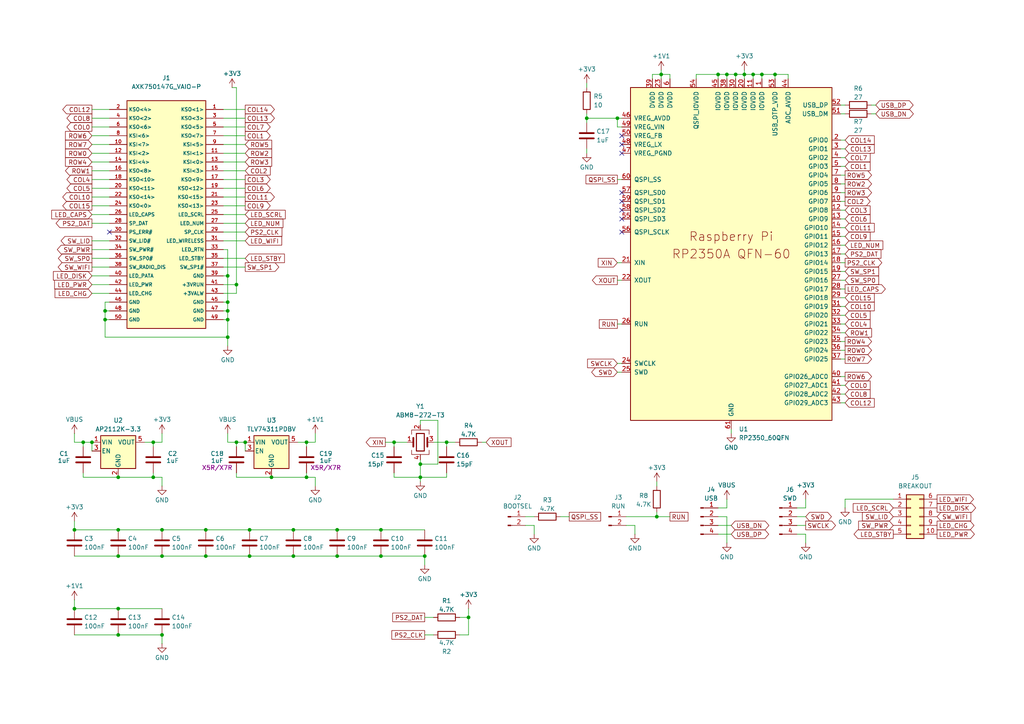
<source format=kicad_sch>
(kicad_sch (version 20231120) (generator "eeschema") (generator_version "8.0")
  (paper "A4")
  (junction (at 210.82 21.59))
  (junction (at 26.67 128.27))
  (junction (at 220.98 21.59))
  (junction (at 179.07 34.29))
  (junction (at 110.49 153.67))
  (junction (at 114.3 128.27))
  (junction (at 88.9 128.27))
  (junction (at 123.19 161.29))
  (junction (at 88.9 138.43))
  (junction (at 66.04 80.01))
  (junction (at 97.79 161.29))
  (junction (at 135.89 179.07))
  (junction (at 215.9 21.59))
  (junction (at 224.79 21.59))
  (junction (at 44.45 128.27))
  (junction (at 78.74 138.43))
  (junction (at 44.45 138.43))
  (junction (at 191.77 21.59))
  (junction (at 34.29 184.15))
  (junction (at 85.09 161.29))
  (junction (at 68.58 82.55))
  (junction (at 72.39 161.29))
  (junction (at 59.69 153.67))
  (junction (at 66.04 90.17))
  (junction (at 46.99 153.67))
  (junction (at 30.48 90.17))
  (junction (at 21.59 153.67))
  (junction (at 97.79 153.67))
  (junction (at 218.44 21.59))
  (junction (at 34.29 161.29))
  (junction (at 68.58 128.27))
  (junction (at 46.99 184.15))
  (junction (at 34.29 138.43))
  (junction (at 72.39 153.67))
  (junction (at 34.29 176.53))
  (junction (at 66.04 97.79))
  (junction (at 190.5 149.86))
  (junction (at 59.69 161.29))
  (junction (at 121.92 138.43))
  (junction (at 110.49 161.29))
  (junction (at 170.18 34.29))
  (junction (at 46.99 161.29))
  (junction (at 66.04 87.63))
  (junction (at 34.29 153.67))
  (junction (at 71.12 128.27))
  (junction (at 21.59 176.53))
  (junction (at 24.13 128.27))
  (junction (at 85.09 153.67))
  (junction (at 208.28 21.59))
  (junction (at 213.36 21.59))
  (junction (at 66.04 92.71))
  (junction (at 121.92 134.62))
  (junction (at 129.54 128.27))
  (junction (at 30.48 92.71))
  (no_connect (at 180.34 41.91))
  (no_connect (at 180.34 39.37))
  (no_connect (at 180.34 58.42))
  (no_connect (at 31.75 67.31))
  (no_connect (at 180.34 60.96))
  (no_connect (at 180.34 67.31))
  (no_connect (at 180.34 55.88))
  (no_connect (at 180.34 44.45))
  (no_connect (at 180.34 63.5))
  (wire (pts (xy 88.9 128.27) (xy 88.9 129.54)))
  (wire (pts (xy 97.79 153.67) (xy 110.49 153.67)))
  (wire (pts (xy 245.11 93.98) (xy 243.84 93.98)))
  (wire (pts (xy 59.69 161.29) (xy 72.39 161.29)))
  (wire (pts (xy 179.07 93.98) (xy 180.34 93.98)))
  (wire (pts (xy 129.54 128.27) (xy 125.73 128.27)))
  (wire (pts (xy 26.67 54.61) (xy 31.75 54.61)))
  (wire (pts (xy 46.99 128.27) (xy 46.99 125.73)))
  (wire (pts (xy 59.69 153.67) (xy 72.39 153.67)))
  (wire (pts (xy 220.98 22.86) (xy 220.98 21.59)))
  (wire (pts (xy 121.92 121.92) (xy 127 121.92)))
  (wire (pts (xy 66.04 90.17) (xy 66.04 92.71)))
  (wire (pts (xy 64.77 72.39) (xy 66.04 72.39)))
  (wire (pts (xy 110.49 153.67) (xy 123.19 153.67)))
  (wire (pts (xy 215.9 21.59) (xy 215.9 22.86)))
  (wire (pts (xy 21.59 173.99) (xy 21.59 176.53)))
  (wire (pts (xy 26.67 82.55) (xy 31.75 82.55)))
  (wire (pts (xy 125.73 179.07) (xy 123.19 179.07)))
  (wire (pts (xy 26.67 69.85) (xy 31.75 69.85)))
  (wire (pts (xy 212.09 152.4) (xy 208.28 152.4)))
  (wire (pts (xy 71.12 52.07) (xy 64.77 52.07)))
  (wire (pts (xy 21.59 153.67) (xy 34.29 153.67)))
  (wire (pts (xy 245.11 33.02) (xy 243.84 33.02)))
  (wire (pts (xy 64.77 46.99) (xy 71.12 46.99)))
  (wire (pts (xy 191.77 20.32) (xy 191.77 21.59)))
  (wire (pts (xy 245.11 83.82) (xy 243.84 83.82)))
  (wire (pts (xy 46.99 184.15) (xy 46.99 186.69)))
  (wire (pts (xy 245.11 60.96) (xy 243.84 60.96)))
  (wire (pts (xy 64.77 31.75) (xy 71.12 31.75)))
  (wire (pts (xy 71.12 36.83) (xy 64.77 36.83)))
  (wire (pts (xy 228.6 22.86) (xy 228.6 21.59)))
  (wire (pts (xy 180.34 36.83) (xy 179.07 36.83)))
  (wire (pts (xy 210.82 147.32) (xy 208.28 147.32)))
  (wire (pts (xy 78.74 138.43) (xy 88.9 138.43)))
  (wire (pts (xy 135.89 176.53) (xy 135.89 179.07)))
  (wire (pts (xy 127 121.92) (xy 127 134.62)))
  (wire (pts (xy 245.11 48.26) (xy 243.84 48.26)))
  (wire (pts (xy 66.04 87.63) (xy 66.04 90.17)))
  (wire (pts (xy 220.98 21.59) (xy 224.79 21.59)))
  (wire (pts (xy 245.11 86.36) (xy 243.84 86.36)))
  (wire (pts (xy 71.12 54.61) (xy 64.77 54.61)))
  (wire (pts (xy 245.11 81.28) (xy 243.84 81.28)))
  (wire (pts (xy 245.11 55.88) (xy 243.84 55.88)))
  (wire (pts (xy 64.77 92.71) (xy 66.04 92.71)))
  (wire (pts (xy 71.12 44.45) (xy 64.77 44.45)))
  (wire (pts (xy 233.68 147.32) (xy 231.14 147.32)))
  (wire (pts (xy 190.5 139.7) (xy 190.5 140.97)))
  (wire (pts (xy 71.12 49.53) (xy 64.77 49.53)))
  (wire (pts (xy 68.58 85.09) (xy 68.58 82.55)))
  (wire (pts (xy 26.67 62.23) (xy 31.75 62.23)))
  (wire (pts (xy 30.48 90.17) (xy 30.48 92.71)))
  (wire (pts (xy 26.67 59.69) (xy 31.75 59.69)))
  (wire (pts (xy 64.77 85.09) (xy 68.58 85.09)))
  (wire (pts (xy 97.79 161.29) (xy 110.49 161.29)))
  (wire (pts (xy 44.45 137.16) (xy 44.45 138.43)))
  (wire (pts (xy 114.3 138.43) (xy 121.92 138.43)))
  (wire (pts (xy 245.11 58.42) (xy 243.84 58.42)))
  (wire (pts (xy 224.79 21.59) (xy 224.79 22.86)))
  (wire (pts (xy 21.59 125.73) (xy 21.59 128.27)))
  (wire (pts (xy 31.75 87.63) (xy 30.48 87.63)))
  (wire (pts (xy 245.11 111.76) (xy 243.84 111.76)))
  (wire (pts (xy 245.11 147.32) (xy 245.11 144.78)))
  (wire (pts (xy 140.97 128.27) (xy 139.7 128.27)))
  (wire (pts (xy 24.13 138.43) (xy 34.29 138.43)))
  (wire (pts (xy 34.29 138.43) (xy 44.45 138.43)))
  (wire (pts (xy 71.12 57.15) (xy 64.77 57.15)))
  (wire (pts (xy 245.11 71.12) (xy 243.84 71.12)))
  (wire (pts (xy 46.99 138.43) (xy 46.99 140.97)))
  (wire (pts (xy 179.07 36.83) (xy 179.07 34.29)))
  (wire (pts (xy 26.67 46.99) (xy 31.75 46.99)))
  (wire (pts (xy 220.98 21.59) (xy 218.44 21.59)))
  (wire (pts (xy 72.39 161.29) (xy 85.09 161.29)))
  (wire (pts (xy 190.5 149.86) (xy 190.5 148.59)))
  (wire (pts (xy 127 134.62) (xy 121.92 134.62)))
  (wire (pts (xy 218.44 21.59) (xy 215.9 21.59)))
  (wire (pts (xy 44.45 128.27) (xy 44.45 129.54)))
  (wire (pts (xy 26.67 57.15) (xy 31.75 57.15)))
  (wire (pts (xy 21.59 128.27) (xy 24.13 128.27)))
  (wire (pts (xy 110.49 161.29) (xy 123.19 161.29)))
  (wire (pts (xy 30.48 90.17) (xy 31.75 90.17)))
  (wire (pts (xy 64.77 82.55) (xy 68.58 82.55)))
  (wire (pts (xy 44.45 138.43) (xy 46.99 138.43)))
  (wire (pts (xy 30.48 92.71) (xy 31.75 92.71)))
  (wire (pts (xy 66.04 92.71) (xy 66.04 97.79)))
  (wire (pts (xy 26.67 52.07) (xy 31.75 52.07)))
  (wire (pts (xy 245.11 96.52) (xy 243.84 96.52)))
  (wire (pts (xy 184.15 152.4) (xy 181.61 152.4)))
  (wire (pts (xy 64.77 34.29) (xy 71.12 34.29)))
  (wire (pts (xy 170.18 24.13) (xy 170.18 25.4)))
  (wire (pts (xy 245.11 101.6) (xy 243.84 101.6)))
  (wire (pts (xy 154.94 154.94) (xy 154.94 152.4)))
  (wire (pts (xy 71.12 64.77) (xy 64.77 64.77)))
  (wire (pts (xy 68.58 82.55) (xy 68.58 25.4)))
  (wire (pts (xy 245.11 68.58) (xy 243.84 68.58)))
  (wire (pts (xy 71.12 39.37) (xy 64.77 39.37)))
  (wire (pts (xy 233.68 152.4) (xy 231.14 152.4)))
  (wire (pts (xy 135.89 179.07) (xy 135.89 184.15)))
  (wire (pts (xy 189.23 21.59) (xy 191.77 21.59)))
  (wire (pts (xy 26.67 31.75) (xy 31.75 31.75)))
  (wire (pts (xy 133.35 179.07) (xy 135.89 179.07)))
  (wire (pts (xy 71.12 130.81) (xy 71.12 128.27)))
  (wire (pts (xy 21.59 176.53) (xy 34.29 176.53)))
  (wire (pts (xy 71.12 74.93) (xy 64.77 74.93)))
  (wire (pts (xy 181.61 149.86) (xy 190.5 149.86)))
  (wire (pts (xy 91.44 128.27) (xy 91.44 125.73)))
  (wire (pts (xy 46.99 184.15) (xy 34.29 184.15)))
  (wire (pts (xy 26.67 80.01) (xy 31.75 80.01)))
  (wire (pts (xy 245.11 53.34) (xy 243.84 53.34)))
  (wire (pts (xy 245.11 43.18) (xy 243.84 43.18)))
  (wire (pts (xy 88.9 137.16) (xy 88.9 138.43)))
  (wire (pts (xy 152.4 149.86) (xy 154.94 149.86)))
  (wire (pts (xy 26.67 49.53) (xy 31.75 49.53)))
  (wire (pts (xy 210.82 149.86) (xy 210.82 157.48)))
  (wire (pts (xy 129.54 138.43) (xy 129.54 137.16)))
  (wire (pts (xy 213.36 21.59) (xy 213.36 22.86)))
  (wire (pts (xy 218.44 21.59) (xy 218.44 22.86)))
  (wire (pts (xy 215.9 20.32) (xy 215.9 21.59)))
  (wire (pts (xy 179.07 81.28) (xy 180.34 81.28)))
  (wire (pts (xy 24.13 128.27) (xy 24.13 129.54)))
  (wire (pts (xy 26.67 77.47) (xy 31.75 77.47)))
  (wire (pts (xy 245.11 116.84) (xy 243.84 116.84)))
  (wire (pts (xy 68.58 25.4) (xy 67.31 25.4)))
  (wire (pts (xy 132.08 128.27) (xy 129.54 128.27)))
  (wire (pts (xy 71.12 62.23) (xy 64.77 62.23)))
  (wire (pts (xy 121.92 134.62) (xy 121.92 133.35)))
  (wire (pts (xy 245.11 30.48) (xy 243.84 30.48)))
  (wire (pts (xy 71.12 67.31) (xy 64.77 67.31)))
  (wire (pts (xy 165.1 149.86) (xy 162.56 149.86)))
  (wire (pts (xy 179.07 105.41) (xy 180.34 105.41)))
  (wire (pts (xy 26.67 72.39) (xy 31.75 72.39)))
  (wire (pts (xy 71.12 59.69) (xy 64.77 59.69)))
  (wire (pts (xy 245.11 76.2) (xy 243.84 76.2)))
  (wire (pts (xy 68.58 128.27) (xy 68.58 129.54)))
  (wire (pts (xy 24.13 128.27) (xy 26.67 128.27)))
  (wire (pts (xy 26.67 64.77) (xy 31.75 64.77)))
  (wire (pts (xy 86.36 128.27) (xy 88.9 128.27)))
  (wire (pts (xy 34.29 153.67) (xy 46.99 153.67)))
  (wire (pts (xy 30.48 87.63) (xy 30.48 90.17)))
  (wire (pts (xy 245.11 40.64) (xy 243.84 40.64)))
  (wire (pts (xy 21.59 184.15) (xy 34.29 184.15)))
  (wire (pts (xy 26.67 130.81) (xy 26.67 128.27)))
  (wire (pts (xy 179.07 52.07) (xy 180.34 52.07)))
  (wire (pts (xy 233.68 154.94) (xy 233.68 157.48)))
  (wire (pts (xy 30.48 97.79) (xy 66.04 97.79)))
  (wire (pts (xy 66.04 125.73) (xy 66.04 128.27)))
  (wire (pts (xy 66.04 100.33) (xy 66.04 97.79)))
  (wire (pts (xy 46.99 128.27) (xy 44.45 128.27)))
  (wire (pts (xy 68.58 138.43) (xy 78.74 138.43)))
  (wire (pts (xy 111.76 128.27) (xy 114.3 128.27)))
  (wire (pts (xy 85.09 161.29) (xy 97.79 161.29)))
  (wire (pts (xy 66.04 128.27) (xy 68.58 128.27)))
  (wire (pts (xy 64.77 87.63) (xy 66.04 87.63)))
  (wire (pts (xy 34.29 161.29) (xy 46.99 161.29)))
  (wire (pts (xy 71.12 69.85) (xy 64.77 69.85)))
  (wire (pts (xy 190.5 149.86) (xy 194.31 149.86)))
  (wire (pts (xy 212.09 154.94) (xy 208.28 154.94)))
  (wire (pts (xy 123.19 161.29) (xy 123.19 163.83)))
  (wire (pts (xy 114.3 138.43) (xy 114.3 137.16)))
  (wire (pts (xy 114.3 128.27) (xy 118.11 128.27)))
  (wire (pts (xy 26.67 85.09) (xy 31.75 85.09)))
  (wire (pts (xy 170.18 34.29) (xy 179.07 34.29)))
  (wire (pts (xy 64.77 80.01) (xy 66.04 80.01)))
  (wire (pts (xy 233.68 154.94) (xy 231.14 154.94)))
  (wire (pts (xy 170.18 33.02) (xy 170.18 34.29)))
  (wire (pts (xy 125.73 184.15) (xy 123.19 184.15)))
  (wire (pts (xy 245.11 78.74) (xy 243.84 78.74)))
  (wire (pts (xy 245.11 73.66) (xy 243.84 73.66)))
  (wire (pts (xy 254 33.02) (xy 252.73 33.02)))
  (wire (pts (xy 66.04 80.01) (xy 66.04 87.63)))
  (wire (pts (xy 26.67 41.91) (xy 31.75 41.91)))
  (wire (pts (xy 71.12 41.91) (xy 64.77 41.91)))
  (wire (pts (xy 64.77 90.17) (xy 66.04 90.17)))
  (wire (pts (xy 68.58 138.43) (xy 68.58 137.16)))
  (wire (pts (xy 210.82 149.86) (xy 208.28 149.86)))
  (wire (pts (xy 121.92 139.7) (xy 121.92 138.43)))
  (wire (pts (xy 179.07 107.95) (xy 180.34 107.95)))
  (wire (pts (xy 30.48 92.71) (xy 30.48 97.79)))
  (wire (pts (xy 210.82 21.59) (xy 208.28 21.59)))
  (wire (pts (xy 24.13 138.43) (xy 24.13 137.16)))
  (wire (pts (xy 245.11 50.8) (xy 243.84 50.8)))
  (wire (pts (xy 170.18 44.45) (xy 170.18 43.18)))
  (wire (pts (xy 245.11 144.78) (xy 259.08 144.78)))
  (wire (pts (xy 189.23 22.86) (xy 189.23 21.59)))
  (wire (pts (xy 154.94 152.4) (xy 152.4 152.4)))
  (wire (pts (xy 71.12 77.47) (xy 64.77 77.47)))
  (wire (pts (xy 26.67 34.29) (xy 31.75 34.29)))
  (wire (pts (xy 133.35 184.15) (xy 135.89 184.15)))
  (wire (pts (xy 245.11 104.14) (xy 243.84 104.14)))
  (wire (pts (xy 184.15 154.94) (xy 184.15 152.4)))
  (wire (pts (xy 245.11 114.3) (xy 243.84 114.3)))
  (wire (pts (xy 26.67 36.83) (xy 31.75 36.83)))
  (wire (pts (xy 129.54 129.54) (xy 129.54 128.27)))
  (wire (pts (xy 66.04 72.39) (xy 66.04 80.01)))
  (wire (pts (xy 41.91 128.27) (xy 44.45 128.27)))
  (wire (pts (xy 85.09 153.67) (xy 97.79 153.67)))
  (wire (pts (xy 68.58 128.27) (xy 71.12 128.27)))
  (wire (pts (xy 26.67 74.93) (xy 31.75 74.93)))
  (wire (pts (xy 34.29 176.53) (xy 46.99 176.53)))
  (wire (pts (xy 213.36 21.59) (xy 210.82 21.59)))
  (wire (pts (xy 46.99 161.29) (xy 59.69 161.29)))
  (wire (pts (xy 245.11 88.9) (xy 243.84 88.9)))
  (wire (pts (xy 208.28 21.59) (xy 208.28 22.86)))
  (wire (pts (xy 91.44 138.43) (xy 91.44 140.97)))
  (wire (pts (xy 21.59 161.29) (xy 34.29 161.29)))
  (wire (pts (xy 91.44 128.27) (xy 88.9 128.27)))
  (wire (pts (xy 224.79 21.59) (xy 228.6 21.59)))
  (wire (pts (xy 215.9 21.59) (xy 213.36 21.59)))
  (wire (pts (xy 191.77 21.59) (xy 194.31 21.59)))
  (wire (pts (xy 245.11 99.06) (xy 243.84 99.06)))
  (wire (pts (xy 179.07 34.29) (xy 180.34 34.29)))
  (wire (pts (xy 26.67 39.37) (xy 31.75 39.37)))
  (wire (pts (xy 179.07 76.2) (xy 180.34 76.2)))
  (wire (pts (xy 245.11 63.5) (xy 243.84 63.5)))
  (wire (pts (xy 210.82 147.32) (xy 210.82 144.78)))
  (wire (pts (xy 245.11 91.44) (xy 243.84 91.44)))
  (wire (pts (xy 46.99 153.67) (xy 59.69 153.67)))
  (wire (pts (xy 121.92 138.43) (xy 129.54 138.43)))
  (wire (pts (xy 72.39 153.67) (xy 85.09 153.67)))
  (wire (pts (xy 21.59 151.13) (xy 21.59 153.67)))
  (wire (pts (xy 191.77 21.59) (xy 191.77 22.86)))
  (wire (pts (xy 114.3 129.54) (xy 114.3 128.27)))
  (wire (pts (xy 88.9 138.43) (xy 91.44 138.43)))
  (wire (pts (xy 245.11 45.72) (xy 243.84 45.72)))
  (wire (pts (xy 233.68 149.86) (xy 231.14 149.86)))
  (wire (pts (xy 201.93 21.59) (xy 201.93 22.86)))
  (wire (pts (xy 170.18 34.29) (xy 170.18 35.56)))
  (wire (pts (xy 210.82 21.59) (xy 210.82 22.86)))
  (wire (pts (xy 212.09 125.73) (xy 212.09 124.46)))
  (wire (pts (xy 245.11 109.22) (xy 243.84 109.22)))
  (wire (pts (xy 121.92 123.19) (xy 121.92 121.92)))
  (wire (pts (xy 208.28 21.59) (xy 201.93 21.59)))
  (wire (pts (xy 245.11 66.04) (xy 243.84 66.04)))
  (wire (pts (xy 254 30.48) (xy 252.73 30.48)))
  (wire (pts (xy 26.67 44.45) (xy 31.75 44.45)))
  (wire (pts (xy 121.92 134.62) (xy 121.92 138.43)))
  (wire (pts (xy 233.68 147.32) (xy 233.68 144.78)))
  (wire (pts (xy 194.31 21.59) (xy 194.31 22.86)))
  (global_label "ROW2" (shape input) (at 71.12 44.45 0) (property "Intersheetrefs" "${INTERSHEET_REFS}" (effects (hide yes))))
  (global_label "COL8" (shape input) (at 245.11 114.3 0) (property "Intersheetrefs" "${INTERSHEET_REFS}" (effects (hide yes))))
  (global_label "LED_WIFI" (shape output) (at 271.78 144.78 0) (property "Intersheetrefs" "${INTERSHEET_REFS}" (effects (hide yes))))
  (global_label "COL3" (shape output) (at 71.12 52.07 0) (property "Intersheetrefs" "${INTERSHEET_REFS}" (effects (hide yes))))
  (global_label "ROW6" (shape output) (at 245.11 109.22 0) (property "Intersheetrefs" "${INTERSHEET_REFS}" (effects (hide yes))))
  (global_label "LED_CHG" (shape input) (at 26.67 85.09 180) (property "Intersheetrefs" "${INTERSHEET_REFS}" (effects (hide yes))))
  (global_label "SW_LID" (shape output) (at 26.67 69.85 180) (property "Intersheetrefs" "${INTERSHEET_REFS}" (effects (hide yes))))
  (global_label "LED_PWR" (shape output) (at 271.78 154.94 0) (property "Intersheetrefs" "${INTERSHEET_REFS}" (effects (hide yes))))
  (global_label "SWD" (shape bidirectional) (at 233.68 149.86 0) (property "Intersheetrefs" "${INTERSHEET_REFS}" (effects (hide yes))))
  (global_label "COL1" (shape input) (at 245.11 48.26 0) (property "Intersheetrefs" "${INTERSHEET_REFS}" (effects (hide yes))))
  (global_label "QSPI_SS" (shape passive) (at 179.07 52.07 180) (property "Intersheetrefs" "${INTERSHEET_REFS}" (effects (hide yes))))
  (global_label "COL2" (shape input) (at 71.12 49.53 0) (property "Intersheetrefs" "${INTERSHEET_REFS}" (effects (hide yes))))
  (global_label "COL13" (shape input) (at 245.11 43.18 0) (property "Intersheetrefs" "${INTERSHEET_REFS}" (effects (hide yes))))
  (global_label "SW_SP1" (shape input) (at 245.11 78.74 0) (property "Intersheetrefs" "${INTERSHEET_REFS}" (effects (hide yes))))
  (global_label "ROW4" (shape output) (at 245.11 99.06 0) (property "Intersheetrefs" "${INTERSHEET_REFS}" (effects (hide yes))))
  (global_label "SW_PWR" (shape input) (at 259.08 152.4 180) (property "Intersheetrefs" "${INTERSHEET_REFS}" (effects (hide yes))))
  (global_label "ROW0" (shape input) (at 26.67 44.45 180) (property "Intersheetrefs" "${INTERSHEET_REFS}" (effects (hide yes))))
  (global_label "COL13" (shape output) (at 71.12 34.29 0) (property "Intersheetrefs" "${INTERSHEET_REFS}" (effects (hide yes))))
  (global_label "XIN" (shape input) (at 179.07 76.2 180) (property "Intersheetrefs" "${INTERSHEET_REFS}" (effects (hide yes))))
  (global_label "COL0" (shape output) (at 26.67 36.83 180) (property "Intersheetrefs" "${INTERSHEET_REFS}" (effects (hide yes))))
  (global_label "COL2" (shape output) (at 245.11 58.42 0) (property "Intersheetrefs" "${INTERSHEET_REFS}" (effects (hide yes))))
  (global_label "COL4" (shape input) (at 245.11 93.98 0) (property "Intersheetrefs" "${INTERSHEET_REFS}" (effects (hide yes))))
  (global_label "PS2_CLK" (shape passive) (at 123.19 184.15 180) (property "Intersheetrefs" "${INTERSHEET_REFS}" (effects (hide yes))))
  (global_label "COL14" (shape input) (at 245.11 40.64 0) (property "Intersheetrefs" "${INTERSHEET_REFS}" (effects (hide yes))))
  (global_label "SW_LID" (shape input) (at 259.08 149.86 180) (property "Intersheetrefs" "${INTERSHEET_REFS}" (effects (hide yes))))
  (global_label "PS2_DAT" (shape output) (at 26.67 64.77 180) (property "Intersheetrefs" "${INTERSHEET_REFS}" (effects (hide yes))))
  (global_label "SW_SP0" (shape output) (at 26.67 74.93 180) (property "Intersheetrefs" "${INTERSHEET_REFS}" (effects (hide yes))))
  (global_label "SW_WIFI" (shape input) (at 271.78 149.86 0) (property "Intersheetrefs" "${INTERSHEET_REFS}" (effects (hide yes))))
  (global_label "PS2_CLK" (shape input) (at 71.12 67.31 0) (property "Intersheetrefs" "${INTERSHEET_REFS}" (effects (hide yes))))
  (global_label "SWCLK" (shape input) (at 179.07 105.41 180) (property "Intersheetrefs" "${INTERSHEET_REFS}" (effects (hide yes))))
  (global_label "COL6" (shape input) (at 245.11 63.5 0) (property "Intersheetrefs" "${INTERSHEET_REFS}" (effects (hide yes))))
  (global_label "COL5" (shape input) (at 245.11 91.44 0) (property "Intersheetrefs" "${INTERSHEET_REFS}" (effects (hide yes))))
  (global_label "LED_CAPS" (shape input) (at 26.67 62.23 180) (property "Intersheetrefs" "${INTERSHEET_REFS}" (effects (hide yes))))
  (global_label "SW_SP1" (shape output) (at 71.12 77.47 0) (property "Intersheetrefs" "${INTERSHEET_REFS}" (effects (hide yes))))
  (global_label "SWCLK" (shape output) (at 233.68 152.4 0) (property "Intersheetrefs" "${INTERSHEET_REFS}" (effects (hide yes))))
  (global_label "QSPI_SS" (shape passive) (at 165.1 149.86 0) (property "Intersheetrefs" "${INTERSHEET_REFS}" (effects (hide yes))))
  (global_label "ROW6" (shape input) (at 26.67 39.37 180) (property "Intersheetrefs" "${INTERSHEET_REFS}" (effects (hide yes))))
  (global_label "ROW5" (shape output) (at 245.11 50.8 0) (property "Intersheetrefs" "${INTERSHEET_REFS}" (effects (hide yes))))
  (global_label "LED_STBY" (shape input) (at 71.12 74.93 0) (property "Intersheetrefs" "${INTERSHEET_REFS}" (effects (hide yes))))
  (global_label "SWD" (shape bidirectional) (at 179.07 107.95 180) (property "Intersheetrefs" "${INTERSHEET_REFS}" (effects (hide yes))))
  (global_label "COL11" (shape input) (at 245.11 66.04 0) (property "Intersheetrefs" "${INTERSHEET_REFS}" (effects (hide yes))))
  (global_label "USB_DN" (shape bidirectional) (at 254 33.02 0) (property "Intersheetrefs" "${INTERSHEET_REFS}" (effects (hide yes))))
  (global_label "COL7" (shape input) (at 245.11 45.72 0) (property "Intersheetrefs" "${INTERSHEET_REFS}" (effects (hide yes))))
  (global_label "XIN" (shape output) (at 111.76 128.27 180) (property "Intersheetrefs" "${INTERSHEET_REFS}" (effects (hide yes))))
  (global_label "ROW3" (shape output) (at 245.11 55.88 0) (property "Intersheetrefs" "${INTERSHEET_REFS}" (effects (hide yes))))
  (global_label "COL7" (shape output) (at 71.12 36.83 0) (property "Intersheetrefs" "${INTERSHEET_REFS}" (effects (hide yes))))
  (global_label "ROW5" (shape input) (at 71.12 41.91 0) (property "Intersheetrefs" "${INTERSHEET_REFS}" (effects (hide yes))))
  (global_label "COL0" (shape input) (at 245.11 111.76 0) (property "Intersheetrefs" "${INTERSHEET_REFS}" (effects (hide yes))))
  (global_label "COL15" (shape input) (at 245.11 86.36 0) (property "Intersheetrefs" "${INTERSHEET_REFS}" (effects (hide yes))))
  (global_label "ROW2" (shape output) (at 245.11 53.34 0) (property "Intersheetrefs" "${INTERSHEET_REFS}" (effects (hide yes))))
  (global_label "COL3" (shape input) (at 245.11 60.96 0) (property "Intersheetrefs" "${INTERSHEET_REFS}" (effects (hide yes))))
  (global_label "COL9" (shape input) (at 245.11 68.58 0) (property "Intersheetrefs" "${INTERSHEET_REFS}" (effects (hide yes))))
  (global_label "PS2_DAT" (shape passive) (at 123.19 179.07 180) (property "Intersheetrefs" "${INTERSHEET_REFS}" (effects (hide yes))))
  (global_label "LED_DISK" (shape input) (at 26.67 80.01 180) (property "Intersheetrefs" "${INTERSHEET_REFS}" (effects (hide yes))))
  (global_label "LED_NUM" (shape input) (at 245.11 71.12 0) (property "Intersheetrefs" "${INTERSHEET_REFS}" (effects (hide yes))))
  (global_label "ROW7" (shape output) (at 245.11 104.14 0) (property "Intersheetrefs" "${INTERSHEET_REFS}" (effects (hide yes))))
  (global_label "LED_CHG" (shape output) (at 271.78 152.4 0) (property "Intersheetrefs" "${INTERSHEET_REFS}" (effects (hide yes))))
  (global_label "SW_WIFI" (shape output) (at 26.67 77.47 180) (property "Intersheetrefs" "${INTERSHEET_REFS}" (effects (hide yes))))
  (global_label "USB_DN" (shape bidirectional) (at 212.09 152.4 0) (property "Intersheetrefs" "${INTERSHEET_REFS}" (effects (hide yes))))
  (global_label "LED_DISK" (shape output) (at 271.78 147.32 0) (property "Intersheetrefs" "${INTERSHEET_REFS}" (effects (hide yes))))
  (global_label "XOUT" (shape input) (at 140.97 128.27 0) (property "Intersheetrefs" "${INTERSHEET_REFS}" (effects (hide yes))))
  (global_label "COL14" (shape output) (at 71.12 31.75 0) (property "Intersheetrefs" "${INTERSHEET_REFS}" (effects (hide yes))))
  (global_label "COL10" (shape input) (at 245.11 88.9 0) (property "Intersheetrefs" "${INTERSHEET_REFS}" (effects (hide yes))))
  (global_label "COL4" (shape output) (at 26.67 52.07 180) (property "Intersheetrefs" "${INTERSHEET_REFS}" (effects (hide yes))))
  (global_label "LED_NUM" (shape input) (at 71.12 64.77 0) (property "Intersheetrefs" "${INTERSHEET_REFS}" (effects (hide yes))))
  (global_label "LED_SCRL" (shape input) (at 259.08 147.32 180) (property "Intersheetrefs" "${INTERSHEET_REFS}" (effects (hide yes))))
  (global_label "COL6" (shape output) (at 71.12 54.61 0) (property "Intersheetrefs" "${INTERSHEET_REFS}" (effects (hide yes))))
  (global_label "LED_CAPS" (shape output) (at 245.11 83.82 0) (property "Intersheetrefs" "${INTERSHEET_REFS}" (effects (hide yes))))
  (global_label "COL9" (shape output) (at 71.12 59.69 0) (property "Intersheetrefs" "${INTERSHEET_REFS}" (effects (hide yes))))
  (global_label "SW_SP0" (shape input) (at 245.11 81.28 0) (property "Intersheetrefs" "${INTERSHEET_REFS}" (effects (hide yes))))
  (global_label "ROW1" (shape output) (at 26.67 49.53 180) (property "Intersheetrefs" "${INTERSHEET_REFS}" (effects (hide yes))))
  (global_label "ROW7" (shape input) (at 26.67 41.91 180) (property "Intersheetrefs" "${INTERSHEET_REFS}" (effects (hide yes))))
  (global_label "ROW0" (shape output) (at 245.11 101.6 0) (property "Intersheetrefs" "${INTERSHEET_REFS}" (effects (hide yes))))
  (global_label "COL8" (shape output) (at 26.67 34.29 180) (property "Intersheetrefs" "${INTERSHEET_REFS}" (effects (hide yes))))
  (global_label "ROW4" (shape input) (at 26.67 46.99 180) (property "Intersheetrefs" "${INTERSHEET_REFS}" (effects (hide yes))))
  (global_label "COL10" (shape output) (at 26.67 57.15 180) (property "Intersheetrefs" "${INTERSHEET_REFS}" (effects (hide yes))))
  (global_label "COL15" (shape output) (at 26.67 59.69 180) (property "Intersheetrefs" "${INTERSHEET_REFS}" (effects (hide yes))))
  (global_label "XOUT" (shape output) (at 179.07 81.28 180) (property "Intersheetrefs" "${INTERSHEET_REFS}" (effects (hide yes))))
  (global_label "RUN" (shape passive) (at 194.31 149.86 0) (property "Intersheetrefs" "${INTERSHEET_REFS}" (effects (hide yes))))
  (global_label "LED_WIFI" (shape input) (at 71.12 69.85 0) (property "Intersheetrefs" "${INTERSHEET_REFS}" (effects (hide yes))))
  (global_label "ROW1" (shape input) (at 245.11 96.52 0) (property "Intersheetrefs" "${INTERSHEET_REFS}" (effects (hide yes))))
  (global_label "SW_PWR" (shape output) (at 26.67 72.39 180) (property "Intersheetrefs" "${INTERSHEET_REFS}" (effects (hide yes))))
  (global_label "USB_DP" (shape bidirectional) (at 212.09 154.94 0) (property "Intersheetrefs" "${INTERSHEET_REFS}" (effects (hide yes))))
  (global_label "PS2_CLK" (shape output) (at 245.11 76.2 0) (property "Intersheetrefs" "${INTERSHEET_REFS}" (effects (hide yes))))
  (global_label "COL5" (shape output) (at 26.67 54.61 180) (property "Intersheetrefs" "${INTERSHEET_REFS}" (effects (hide yes))))
  (global_label "RUN" (shape passive) (at 179.07 93.98 180) (property "Intersheetrefs" "${INTERSHEET_REFS}" (effects (hide yes))))
  (global_label "PS2_DAT" (shape input) (at 245.11 73.66 0) (property "Intersheetrefs" "${INTERSHEET_REFS}" (effects (hide yes))))
  (global_label "LED_PWR" (shape input) (at 26.67 82.55 180) (property "Intersheetrefs" "${INTERSHEET_REFS}" (effects (hide yes))))
  (global_label "USB_DP" (shape bidirectional) (at 254 30.48 0) (property "Intersheetrefs" "${INTERSHEET_REFS}" (effects (hide yes))))
  (global_label "COL12" (shape input) (at 245.11 116.84 0) (property "Intersheetrefs" "${INTERSHEET_REFS}" (effects (hide yes))))
  (global_label "LED_STBY" (shape output) (at 259.08 154.94 180) (property "Intersheetrefs" "${INTERSHEET_REFS}" (effects (hide yes))))
  (global_label "LED_SCRL" (shape input) (at 71.12 62.23 0) (property "Intersheetrefs" "${INTERSHEET_REFS}" (effects (hide yes))))
  (global_label "COL1" (shape output) (at 71.12 39.37 0) (property "Intersheetrefs" "${INTERSHEET_REFS}" (effects (hide yes))))
  (global_label "ROW3" (shape input) (at 71.12 46.99 0) (property "Intersheetrefs" "${INTERSHEET_REFS}" (effects (hide yes))))
  (global_label "COL12" (shape output) (at 26.67 31.75 180) (property "Intersheetrefs" "${INTERSHEET_REFS}" (effects (hide yes))))
  (global_label "COL11" (shape output) (at 71.12 57.15 0) (property "Intersheetrefs" "${INTERSHEET_REFS}" (effects (hide yes))))
  (symbol (lib_id "Device:C") (at 88.9 133.35 0) (mirror y) (unit 1)
    (property "Reference" "C19" (at 94.488 131.572 0))
    (property "Value" "1uF" (at 94.488 133.604 0))
    (property "Footprint" "Capacitor_SMD:C_0402_1005Metric" (effects (hide yes)))
    (property "Description" "X5R/X7R" (at 94.488 135.636 0))
  )
  (symbol (lib_id "power:VBUS") (at 21.59 125.73 0) (unit 1)
    (property "Reference" "#PWR02" (effects (hide yes)))
    (property "Value" "VBUS" (at 21.59 121.666 0))
    (property "Description" "Power symbol creates a global label with name \"VBUS\"" (effects (hide yes)))
  )
  (symbol (lib_id "Device:C") (at 170.18 39.37 0) (unit 1)
    (property "Reference" "C17" (at 172.974 38.1 0) (effects (justify left)))
    (property "Value" "1uF" (at 172.974 40.64 0) (effects (justify left)))
    (property "Footprint" "Capacitor_SMD:C_0402_1005Metric" (effects (hide yes)))
    (property "Description" "Unpolarized capacitor" (effects (hide yes)))
  )
  (symbol (lib_id "Device:C") (at 110.49 157.48 0) (unit 1)
    (property "Reference" "C10" (at 113.284 156.21 0) (effects (justify left)))
    (property "Value" "100nF" (at 113.284 158.75 0) (effects (justify left)))
    (property "Footprint" "Capacitor_SMD:C_0402_1005Metric" (effects (hide yes)))
    (property "Description" "Unpolarized capacitor" (effects (hide yes)))
  )
  (symbol (lib_id "Device:C") (at 123.19 157.48 0) (unit 1)
    (property "Reference" "C11" (at 125.984 156.21 0) (effects (justify left)))
    (property "Value" "100nF" (at 125.984 158.75 0) (effects (justify left)))
    (property "Footprint" "Capacitor_SMD:C_0402_1005Metric" (effects (hide yes)))
    (property "Description" "Unpolarized capacitor" (effects (hide yes)))
  )
  (symbol (lib_id "Device:R") (at 248.92 33.02 90) (mirror x) (unit 1)
    (property "Reference" "R7" (at 248.92 35.306 90))
    (property "Value" "27" (at 248.92 37.846 90))
    (property "Footprint" "Resistor_SMD:R_0402_1005Metric" (effects (hide yes)))
    (property "Description" "Resistor" (effects (hide yes)))
  )
  (symbol (lib_id "MCU_RaspberryPi_RP2350:RP2350_60QFN") (at 212.09 73.66 0) (unit 1)
    (property "Reference" "U1" (at 214.2841 124.46 0) (effects (justify left)))
    (property "Value" "RP2350_60QFN" (at 214.2841 127 0) (effects (justify left)))
    (property "Footprint" "rp2350a:MCU_RaspberryPi_RP2350" (effects (hide yes)))
  )
  (symbol (lib_id "power:GND") (at 212.09 125.73 0) (unit 1)
    (property "Reference" "#PWR016" (effects (hide yes)))
    (property "Value" "GND" (at 212.09 129.794 0))
    (property "Description" "Power symbol creates a global label with name \"GND\" , ground" (effects (hide yes)))
  )
  (symbol (lib_id "Device:C") (at 129.54 133.35 0) (unit 1)
    (property "Reference" "C16" (at 132.334 132.08 0) (effects (justify left)))
    (property "Value" "15pF" (at 132.334 134.62 0) (effects (justify left)))
    (property "Footprint" "Capacitor_SMD:C_0402_1005Metric" (effects (hide yes)))
    (property "Description" "Unpolarized capacitor" (effects (hide yes)))
  )
  (symbol (lib_id "power:GND") (at 154.94 154.94 0) (mirror y) (unit 1)
    (property "Reference" "#PWR018" (effects (hide yes)))
    (property "Value" "GND" (at 154.94 159.004 0))
    (property "Description" "Power symbol creates a global label with name \"GND\" , ground" (effects (hide yes)))
  )
  (symbol (lib_id "Device:R") (at 135.89 128.27 90) (unit 1)
    (property "Reference" "R4" (at 135.89 123.444 90))
    (property "Value" "4.7K" (at 135.89 125.984 90))
    (property "Footprint" "Resistor_SMD:R_0402_1005Metric" (effects (hide yes)))
    (property "Description" "Resistor" (effects (hide yes)))
  )
  (symbol (lib_id "Device:C") (at 59.69 157.48 0) (unit 1)
    (property "Reference" "C6" (at 62.484 156.21 0) (effects (justify left)))
    (property "Value" "100nF" (at 62.484 158.75 0) (effects (justify left)))
    (property "Footprint" "Capacitor_SMD:C_0402_1005Metric" (effects (hide yes)))
    (property "Description" "Unpolarized capacitor" (effects (hide yes)))
  )
  (symbol (lib_id "Device:C") (at 21.59 157.48 0) (unit 1)
    (property "Reference" "C3" (at 24.384 156.21 0) (effects (justify left)))
    (property "Value" "100nF" (at 24.384 158.75 0) (effects (justify left)))
    (property "Footprint" "Capacitor_SMD:C_0402_1005Metric" (effects (hide yes)))
    (property "Description" "Unpolarized capacitor" (effects (hide yes)))
  )
  (symbol (lib_id "Device:C") (at 34.29 157.48 0) (unit 1)
    (property "Reference" "C4" (at 37.084 156.21 0) (effects (justify left)))
    (property "Value" "100nF" (at 37.084 158.75 0) (effects (justify left)))
    (property "Footprint" "Capacitor_SMD:C_0402_1005Metric" (effects (hide yes)))
    (property "Description" "Unpolarized capacitor" (effects (hide yes)))
  )
  (symbol (lib_id "Device:C") (at 114.3 133.35 0) (mirror y) (unit 1)
    (property "Reference" "C15" (at 111.506 132.08 0) (effects (justify left)))
    (property "Value" "15pF" (at 111.506 134.62 0) (effects (justify left)))
    (property "Footprint" "Capacitor_SMD:C_0402_1005Metric" (effects (hide yes)))
    (property "Description" "Unpolarized capacitor" (effects (hide yes)))
  )
  (symbol (lib_id "Device:C") (at 97.79 157.48 0) (unit 1)
    (property "Reference" "C9" (at 100.584 156.21 0) (effects (justify left)))
    (property "Value" "100nF" (at 100.584 158.75 0) (effects (justify left)))
    (property "Footprint" "Capacitor_SMD:C_0402_1005Metric" (effects (hide yes)))
    (property "Description" "Unpolarized capacitor" (effects (hide yes)))
  )
  (symbol (lib_id "Device:C") (at 24.13 133.35 0) (unit 1)
    (property "Reference" "C1" (at 18.542 131.572 0))
    (property "Value" "1uF" (at 18.542 133.604 0))
    (property "Footprint" "Capacitor_SMD:C_0402_1005Metric" (effects (hide yes)))
    (property "Description" "X5R/X7R" (effects (hide yes)))
  )
  (symbol (lib_id "Device:C") (at 46.99 157.48 0) (unit 1)
    (property "Reference" "C5" (at 49.784 156.21 0) (effects (justify left)))
    (property "Value" "100nF" (at 49.784 158.75 0) (effects (justify left)))
    (property "Footprint" "Capacitor_SMD:C_0402_1005Metric" (effects (hide yes)))
    (property "Description" "Unpolarized capacitor" (effects (hide yes)))
  )
  (symbol (lib_id "Device:R") (at 170.18 29.21 0) (mirror x) (unit 1)
    (property "Reference" "R5" (at 173.482 27.94 0))
    (property "Value" "10" (at 173.482 30.48 0))
    (property "Footprint" "Resistor_SMD:R_0402_1005Metric" (effects (hide yes)))
    (property "Description" "Resistor" (effects (hide yes)))
  )
  (symbol (lib_id "power:+3V3") (at 135.89 176.53 0) (unit 1)
    (property "Reference" "#PWR014" (effects (hide yes)))
    (property "Value" "+3V3" (at 135.89 172.466 0))
  )
  (symbol (lib_id "Device:C") (at 34.29 180.34 0) (unit 1)
    (property "Reference" "C13" (at 37.084 179.07 0) (effects (justify left)))
    (property "Value" "100nF" (at 37.084 181.61 0) (effects (justify left)))
    (property "Footprint" "Capacitor_SMD:C_0402_1005Metric" (effects (hide yes)))
    (property "Description" "Unpolarized capacitor" (effects (hide yes)))
  )
  (symbol (lib_id "power:GND") (at 46.99 140.97 0) (unit 1)
    (property "Reference" "#PWR03" (effects (hide yes)))
    (property "Value" "GND" (at 46.99 145.034 0))
    (property "Description" "Power symbol creates a global label with name \"GND\" , ground" (effects (hide yes)))
  )
  (symbol (lib_id "Device:R") (at 129.54 184.15 270) (unit 1)
    (property "Reference" "R2" (at 129.54 188.976 90))
    (property "Value" "4.7K" (at 129.54 186.436 90))
    (property "Footprint" "Resistor_SMD:R_0402_1005Metric" (effects (hide yes)))
    (property "Description" "Resistor" (effects (hide yes)))
  )
  (symbol (lib_id "Regulator_Linear:AP2112K-3.3") (at 78.74 130.81 0) (unit 1)
    (property "Reference" "U3" (at 78.74 121.92 0))
    (property "Value" "TLV74311PDBV" (at 78.74 124.46 0))
    (property "Footprint" "Package_TO_SOT_SMD:SOT-23-5" (effects (hide yes)))
    (property "Datasheet" "https://www.ti.com/lit/ds/symlink/tlv743p.pdf" (effects (hide yes)))
    (property "Description" "LDO Voltage Regulators 300-mA low-IQ low-dropout (LDO) voltage regulator with enable 5-SOT-23 -40 to 125" (effects (hide yes)))
  )
  (symbol (lib_id "Connector:Conn_01x04_Pin") (at 203.2 149.86 0) (unit 1) (in_bom no)
    (property "Reference" "J4" (at 206.248 141.986 0))
    (property "Value" "USB" (at 206.248 144.526 0))
    (property "Footprint" "Connector_PinHeader_2.54mm:PinHeader_1x04_P2.54mm_Vertical" (effects (hide yes)))
    (property "Description" "Generic connector, single row, 01x04, script generated" (effects (hide yes)))
  )
  (symbol (lib_id "Device:C") (at 72.39 157.48 0) (unit 1)
    (property "Reference" "C7" (at 75.184 156.21 0) (effects (justify left)))
    (property "Value" "100nF" (at 75.184 158.75 0) (effects (justify left)))
    (property "Footprint" "Capacitor_SMD:C_0402_1005Metric" (effects (hide yes)))
    (property "Description" "Unpolarized capacitor" (effects (hide yes)))
  )
  (symbol (lib_id "power:+3V3") (at 67.31 25.4 0) (unit 1)
    (property "Reference" "#PWR013" (effects (hide yes)))
    (property "Value" "+3V3" (at 67.31 21.336 0))
  )
  (symbol (lib_id "Device:C") (at 44.45 133.35 0) (mirror y) (unit 1)
    (property "Reference" "C2" (at 50.038 131.572 0))
    (property "Value" "1uF" (at 50.038 133.604 0))
    (property "Footprint" "Capacitor_SMD:C_0402_1005Metric" (effects (hide yes)))
    (property "Description" "X5R/X7R" (effects (hide yes)))
  )
  (symbol (lib_id "power:VBUS") (at 66.04 125.73 0) (unit 1)
    (property "Reference" "#PWR025" (effects (hide yes)))
    (property "Value" "VBUS" (at 66.04 121.666 0))
    (property "Description" "Power symbol creates a global label with name \"VBUS\"" (effects (hide yes)))
  )
  (symbol (lib_id "power:GND") (at 210.82 157.48 0) (mirror y) (unit 1)
    (property "Reference" "#PWR09" (effects (hide yes)))
    (property "Value" "GND" (at 210.82 161.544 0))
    (property "Description" "Power symbol creates a global label with name \"GND\" , ground" (effects (hide yes)))
  )
  (symbol (lib_id "Device:R") (at 129.54 179.07 90) (unit 1)
    (property "Reference" "R1" (at 129.54 174.244 90))
    (property "Value" "4.7K" (at 129.54 176.784 90))
    (property "Footprint" "Resistor_SMD:R_0402_1005Metric" (effects (hide yes)))
    (property "Description" "Resistor" (effects (hide yes)))
  )
  (symbol (lib_id "power:+3V3") (at 215.9 20.32 0) (unit 1)
    (property "Reference" "#PWR029" (effects (hide yes)))
    (property "Value" "+3V3" (at 215.9 16.256 0))
  )
  (symbol (lib_id "Device:R") (at 248.92 30.48 90) (unit 1)
    (property "Reference" "R6" (at 248.92 25.654 90))
    (property "Value" "27" (at 248.92 28.194 90))
    (property "Footprint" "Resistor_SMD:R_0402_1005Metric" (effects (hide yes)))
    (property "Description" "Resistor" (effects (hide yes)))
  )
  (symbol (lib_id "power:+1V1") (at 191.77 20.32 0) (unit 1)
    (property "Reference" "#PWR011" (effects (hide yes)))
    (property "Value" "+1V1" (at 191.77 16.256 0))
    (property "Description" "Power symbol creates a global label with name \"+1V1\"" (effects (hide yes)))
  )
  (symbol (lib_id "Regulator_Linear:AP2112K-3.3") (at 34.29 130.81 0) (unit 1)
    (property "Reference" "U2" (at 34.29 121.92 0))
    (property "Value" "AP2112K-3.3" (at 34.29 124.46 0))
    (property "Footprint" "Package_TO_SOT_SMD:SOT-23-5" (effects (hide yes)))
    (property "Datasheet" "https://www.diodes.com/assets/Datasheets/AP2112.pdf" (effects (hide yes)))
    (property "Description" "600mA low dropout linear regulator, with enable pin, 3.8V-6V input voltage range, 3.3V fixed positive output, SOT-23-5" (effects (hide yes)))
  )
  (symbol (lib_id "Device:C") (at 68.58 133.35 0) (unit 1)
    (property "Reference" "C18" (at 62.992 131.572 0))
    (property "Value" "1uF" (at 62.992 133.604 0))
    (property "Footprint" "Capacitor_SMD:C_0402_1005Metric" (effects (hide yes)))
    (property "Description" "X5R/X7R" (at 62.992 135.636 0))
  )
  (symbol (lib_id "Device:R") (at 158.75 149.86 90) (unit 1)
    (property "Reference" "R3" (at 158.75 145.034 90))
    (property "Value" "4.7K" (at 158.75 147.574 90))
    (property "Footprint" "Resistor_SMD:R_0402_1005Metric" (effects (hide yes)))
    (property "Description" "Resistor" (effects (hide yes)))
  )
  (symbol (lib_id "power:GND") (at 66.04 100.33 0) (unit 1)
    (property "Reference" "#PWR012" (effects (hide yes)))
    (property "Value" "GND" (at 66.04 104.394 0))
    (property "Description" "Power symbol creates a global label with name \"GND\" , ground" (effects (hide yes)))
  )
  (symbol (lib_id "Device:R") (at 190.5 144.78 180) (unit 1)
    (property "Reference" "R8" (at 186.69 143.764 0))
    (property "Value" "4.7K" (at 186.69 146.304 0))
    (property "Footprint" "Resistor_SMD:R_0402_1005Metric" (effects (hide yes)))
    (property "Description" "Resistor" (effects (hide yes)))
  )
  (symbol (lib_id "power:+3V3") (at 170.18 24.13 0) (unit 1)
    (property "Reference" "#PWR022" (effects (hide yes)))
    (property "Value" "+3V3" (at 170.18 20.066 0))
  )
  (symbol (lib_id "power:GND") (at 123.19 163.83 0) (unit 1)
    (property "Reference" "#PWR05" (effects (hide yes)))
    (property "Value" "GND" (at 123.19 167.894 0))
    (property "Description" "Power symbol creates a global label with name \"GND\" , ground" (effects (hide yes)))
  )
  (symbol (lib_id "Device:C") (at 46.99 180.34 0) (unit 1)
    (property "Reference" "C14" (at 49.784 179.07 0) (effects (justify left)))
    (property "Value" "100nF" (at 49.784 181.61 0) (effects (justify left)))
    (property "Footprint" "Capacitor_SMD:C_0402_1005Metric" (effects (hide yes)))
    (property "Description" "Unpolarized capacitor" (effects (hide yes)))
  )
  (symbol (lib_id "power:GND") (at 46.99 186.69 0) (unit 1)
    (property "Reference" "#PWR08" (effects (hide yes)))
    (property "Value" "GND" (at 46.99 190.754 0))
    (property "Description" "Power symbol creates a global label with name \"GND\" , ground" (effects (hide yes)))
  )
  (symbol (lib_id "power:+3V3") (at 190.5 139.7 0) (unit 1)
    (property "Reference" "#PWR021" (effects (hide yes)))
    (property "Value" "+3V3" (at 190.5 135.636 0))
  )
  (symbol (lib_id "power:+3V3") (at 233.68 144.78 0) (unit 1)
    (property "Reference" "#PWR024" (effects (hide yes)))
    (property "Value" "+3V3" (at 233.68 140.716 0))
  )
  (symbol (lib_id "Device:C") (at 85.09 157.48 0) (unit 1)
    (property "Reference" "C8" (at 87.884 156.21 0) (effects (justify left)))
    (property "Value" "100nF" (at 87.884 158.75 0) (effects (justify left)))
    (property "Footprint" "Capacitor_SMD:C_0402_1005Metric" (effects (hide yes)))
    (property "Description" "Unpolarized capacitor" (effects (hide yes)))
  )
  (symbol (lib_id "Device:C") (at 21.59 180.34 0) (unit 1)
    (property "Reference" "C12" (at 24.384 179.07 0) (effects (justify left)))
    (property "Value" "100nF" (at 24.384 181.61 0) (effects (justify left)))
    (property "Footprint" "Capacitor_SMD:C_0402_1005Metric" (effects (hide yes)))
    (property "Description" "Unpolarized capacitor" (effects (hide yes)))
  )
  (symbol (lib_id "Connector_Generic:Conn_02x05_Top_Bottom") (at 264.16 149.86 0) (unit 1) (in_bom no)
    (property "Reference" "J5" (at 265.43 138.43 0))
    (property "Value" "BREAKOUT" (at 265.43 140.97 0))
    (property "Footprint" "Connector_PinHeader_2.54mm:PinHeader_2x05_P2.54mm_Vertical" (effects (hide yes)))
    (property "Description" "Generic connector, double row, 02x05, top/bottom pin numbering scheme (row 1: 1...pins_per_row, row2: pins_per_row+1 ... num_pins), script generated (kicad-library-utils/schlib/autogen/connector/)" (effects (hide yes)))
  )
  (symbol (lib_id "power:+1V1") (at 91.44 125.73 0) (unit 1)
    (property "Reference" "#PWR026" (effects (hide yes)))
    (property "Value" "+1V1" (at 91.44 121.666 0))
    (property "Description" "Power symbol creates a global label with name \"+1V1\"" (effects (hide yes)))
  )
  (symbol (lib_id "Connector:Conn_01x02_Pin") (at 147.32 149.86 0) (unit 1) (in_bom no)
    (property "Reference" "J2" (at 150.114 144.272 0))
    (property "Value" "BOOTSEL" (at 150.114 146.812 0))
    (property "Footprint" "Connector_PinHeader_2.54mm:PinHeader_1x02_P2.54mm_Vertical" (effects (hide yes)))
    (property "Description" "Generic connector, single row, 01x02, script generated" (effects (hide yes)))
  )
  (symbol (lib_id "power:GND") (at 91.44 140.97 0) (unit 1)
    (property "Reference" "#PWR028" (effects (hide yes)))
    (property "Value" "GND" (at 91.44 145.034 0))
    (property "Description" "Power symbol creates a global label with name \"GND\" , ground" (effects (hide yes)))
  )
  (symbol (lib_id "AXK750147G:AXK750147G_VAIO-P") (at 48.26 62.23 0) (unit 1)
    (property "Reference" "J1" (at 48.26 22.606 0))
    (property "Value" "AXK750147G_VAIO-P" (at 48.26 25.146 0))
    (property "Footprint" "AXK750147G:AXK750147G_VAIO-P" (effects (hide yes)))
    (property "Datasheet" "https://mm.digikey.com/Volume0/opasdata/d220001/medias/docus/2312/AXK7%2C8_P4_Series_DS.pdf" (effects (hide yes)))
  )
  (symbol (lib_id "Connector:Conn_01x04_Pin") (at 226.06 149.86 0) (unit 1) (in_bom no)
    (property "Reference" "J6" (at 229.108 141.986 0))
    (property "Value" "SWD" (at 229.108 144.526 0))
    (property "Footprint" "Connector_PinHeader_2.54mm:PinHeader_1x04_P2.54mm_Vertical" (effects (hide yes)))
    (property "Description" "Generic connector, single row, 01x04, script generated" (effects (hide yes)))
  )
  (symbol (lib_id "Connector:Conn_01x02_Pin") (at 176.53 149.86 0) (unit 1) (in_bom no)
    (property "Reference" "J3" (at 179.324 144.272 0))
    (property "Value" "RUN" (at 179.324 146.812 0))
    (property "Footprint" "Connector_PinHeader_2.54mm:PinHeader_1x02_P2.54mm_Vertical" (effects (hide yes)))
    (property "Description" "Generic connector, single row, 01x02, script generated" (effects (hide yes)))
  )
  (symbol (lib_id "power:GND") (at 121.92 139.7 0) (unit 1)
    (property "Reference" "#PWR019" (effects (hide yes)))
    (property "Value" "GND" (at 121.92 143.764 0))
    (property "Description" "Power symbol creates a global label with name \"GND\" , ground" (effects (hide yes)))
  )
  (symbol (lib_id "power:+1V1") (at 21.59 173.99 0) (unit 1)
    (property "Reference" "#PWR07" (effects (hide yes)))
    (property "Value" "+1V1" (at 21.59 169.926 0))
    (property "Description" "Power symbol creates a global label with name \"+1V1\"" (effects (hide yes)))
  )
  (symbol (lib_id "Device:Crystal_GND24") (at 121.92 128.27 0) (unit 1)
    (property "Reference" "Y1" (at 121.92 117.856 0))
    (property "Value" "ABM8-272-T3" (at 121.92 120.396 0))
    (property "Footprint" "Crystal:Crystal_SMD_3225-4Pin_3.2x2.5mm" (effects (hide yes)))
    (property "Description" "Four pin crystal, GND on pins 2 and 4" (effects (hide yes)))
  )
  (symbol (lib_id "power:GND") (at 170.18 44.45 0) (unit 1)
    (property "Reference" "#PWR017" (effects (hide yes)))
    (property "Value" "GND" (at 170.18 48.514 0))
    (property "Description" "Power symbol creates a global label with name \"GND\" , ground" (effects (hide yes)))
  )
  (symbol (lib_id "power:+3V3") (at 46.99 125.73 0) (unit 1)
    (property "Reference" "#PWR01" (effects (hide yes)))
    (property "Value" "+3V3" (at 46.99 121.666 0))
  )
  (symbol (lib_id "power:VBUS") (at 210.82 144.78 0) (unit 1)
    (property "Reference" "#PWR023" (effects (hide yes)))
    (property "Value" "VBUS" (at 210.82 140.716 0))
    (property "Description" "Power symbol creates a global label with name \"VBUS\"" (effects (hide yes)))
  )
  (symbol (lib_id "power:GND") (at 184.15 154.94 0) (mirror y) (unit 1)
    (property "Reference" "#PWR020" (effects (hide yes)))
    (property "Value" "GND" (at 184.15 159.004 0))
    (property "Description" "Power symbol creates a global label with name \"GND\" , ground" (effects (hide yes)))
  )
  (symbol (lib_id "power:GND") (at 233.68 157.48 0) (mirror y) (unit 1)
    (property "Reference" "#PWR027" (effects (hide yes)))
    (property "Value" "GND" (at 233.68 161.544 0))
    (property "Description" "Power symbol creates a global label with name \"GND\" , ground" (effects (hide yes)))
  )
  (symbol (lib_id "power:GND") (at 245.11 147.32 0) (unit 1)
    (property "Reference" "#PWR010" (effects (hide yes)))
    (property "Value" "GND" (at 245.11 151.384 0))
    (property "Description" "Power symbol creates a global label with name \"GND\" , ground" (effects (hide yes)))
  )
  (symbol (lib_id "power:+3V3") (at 21.59 151.13 0) (unit 1)
    (property "Reference" "#PWR04" (effects (hide yes)))
    (property "Value" "+3V3" (at 21.59 147.066 0))
  )
)
</source>
